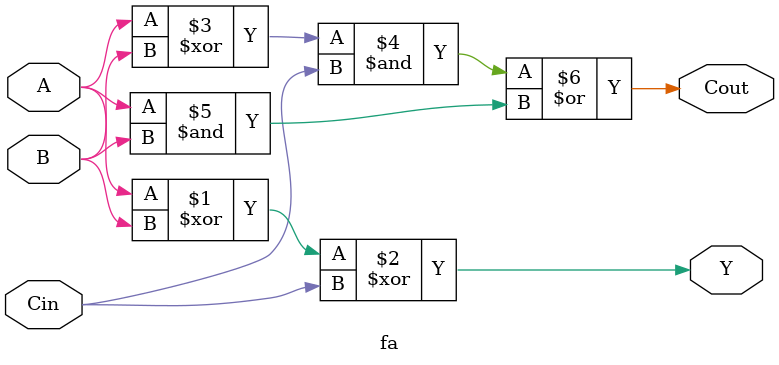
<source format=v>
`timescale 1ns / 1ps


module fa(
input A,
input B,
input Cin,
output Cout,
output Y
    );
 assign Y=A^B^Cin;
 assign Cout=(A^B)&Cin | A&B;
endmodule

</source>
